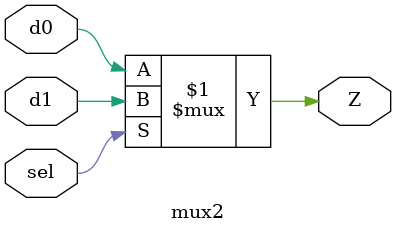
<source format=sv>
module mux2(
    output logic Z,
    input logic d0,
    input logic d1,
    input logic sel
);

	assign Z = sel? d1 : d0;

endmodule
</source>
